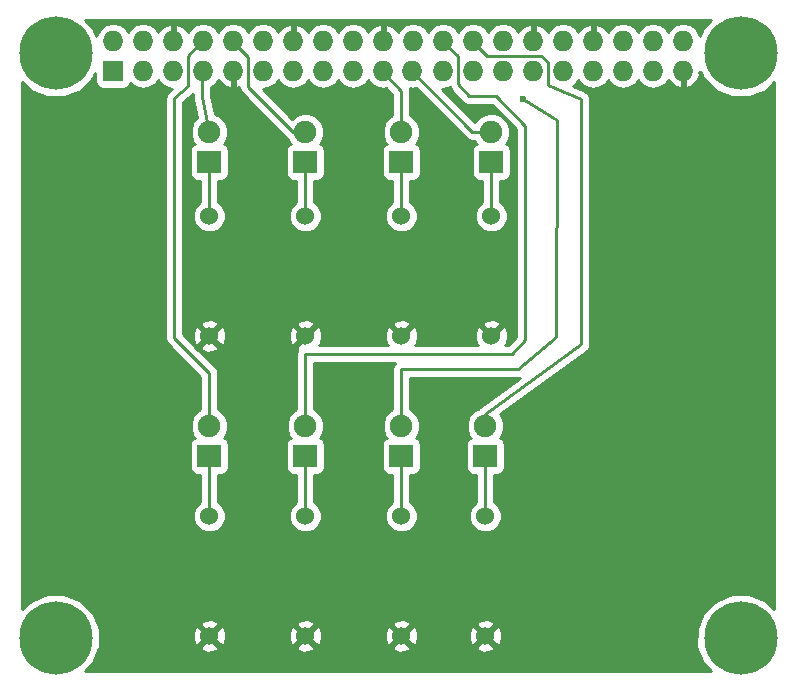
<source format=gtl>
G04 #@! TF.FileFunction,Copper,L1,Top,Signal*
%FSLAX46Y46*%
G04 Gerber Fmt 4.6, Leading zero omitted, Abs format (unit mm)*
G04 Created by KiCad (PCBNEW 4.0.2-stable) date 20/7/2016 18:22:48*
%MOMM*%
G01*
G04 APERTURE LIST*
%ADD10C,0.100000*%
%ADD11R,1.727200X1.727200*%
%ADD12O,1.727200X1.727200*%
%ADD13R,2.000000X1.900000*%
%ADD14C,1.900000*%
%ADD15C,1.524000*%
%ADD16C,6.200000*%
%ADD17C,0.600000*%
%ADD18C,0.250000*%
%ADD19C,0.254000*%
G04 APERTURE END LIST*
D10*
D11*
X93002800Y-67744900D03*
D12*
X93002800Y-65204900D03*
X95542800Y-67744900D03*
X95542800Y-65204900D03*
X98082800Y-67744900D03*
X98082800Y-65204900D03*
X100622800Y-67744900D03*
X100622800Y-65204900D03*
X103162800Y-67744900D03*
X103162800Y-65204900D03*
X105702800Y-67744900D03*
X105702800Y-65204900D03*
X108242800Y-67744900D03*
X108242800Y-65204900D03*
X110782800Y-67744900D03*
X110782800Y-65204900D03*
X113322800Y-67744900D03*
X113322800Y-65204900D03*
X115862800Y-67744900D03*
X115862800Y-65204900D03*
X118302800Y-67744900D03*
X118402800Y-65204900D03*
X120942800Y-67744900D03*
X120942800Y-65204900D03*
X123482800Y-67744900D03*
X123482800Y-65204900D03*
X126022800Y-67744900D03*
X126022800Y-65204900D03*
X128562800Y-67744900D03*
X128562800Y-65204900D03*
X131102800Y-67744900D03*
X131102800Y-65204900D03*
X133642800Y-67744900D03*
X133642800Y-65204900D03*
X136182800Y-67744900D03*
X136182800Y-65204900D03*
X138722800Y-67744900D03*
X138722800Y-65204900D03*
X141262800Y-67744900D03*
X141262800Y-65204900D03*
D13*
X117398800Y-100355400D03*
D14*
X117398800Y-97815400D03*
D13*
X109270800Y-100355400D03*
D14*
X109270800Y-97815400D03*
D13*
X124510800Y-100355400D03*
D14*
X124510800Y-97815400D03*
D13*
X101142800Y-75463400D03*
D14*
X101142800Y-72923400D03*
D13*
X101142800Y-100355400D03*
D14*
X101142800Y-97815400D03*
D13*
X109270800Y-75463400D03*
D14*
X109270800Y-72923400D03*
D13*
X117398800Y-75463400D03*
D14*
X117398800Y-72923400D03*
D13*
X125018800Y-75463400D03*
D14*
X125018800Y-72923400D03*
D15*
X117398800Y-115595400D03*
X117398800Y-105435400D03*
X109270800Y-115595400D03*
X109270800Y-105435400D03*
X124510800Y-115595400D03*
X124510800Y-105435400D03*
X101142800Y-90195400D03*
X101142800Y-80035400D03*
X101142800Y-115595400D03*
X101142800Y-105435400D03*
X109270800Y-90195400D03*
X109270800Y-80035400D03*
X117398800Y-90195400D03*
X117398800Y-80035400D03*
X125018800Y-90195400D03*
X125018800Y-80035400D03*
D16*
X146132800Y-66263400D03*
X146132800Y-115763400D03*
X88132800Y-115763400D03*
X88132800Y-66263400D03*
D17*
X127695960Y-70106540D03*
D18*
X117398800Y-100355400D02*
X117398800Y-105435400D01*
X117398800Y-97815400D02*
X117398800Y-93027500D01*
X117398800Y-93027500D02*
X118262400Y-93027500D01*
X118262400Y-93027500D02*
X127259080Y-93027500D01*
X127259080Y-93027500D02*
X130507740Y-90274140D01*
X130507740Y-90274140D02*
X130545840Y-71915020D01*
X130545840Y-71915020D02*
X127695960Y-70106540D01*
X109270800Y-100355400D02*
X109270800Y-105435400D01*
X109270800Y-97815400D02*
X109270800Y-91739720D01*
X122226700Y-66496880D02*
X120812560Y-65242440D01*
X122226700Y-68841300D02*
X122226700Y-66496880D01*
X123101100Y-69875400D02*
X122226700Y-68841300D01*
X125387100Y-69875400D02*
X123101100Y-69875400D01*
X127901700Y-72390000D02*
X125387100Y-69875400D01*
X127901700Y-90563700D02*
X127901700Y-72390000D01*
X126758700Y-91706700D02*
X127901700Y-90563700D01*
X109303820Y-91706700D02*
X126758700Y-91706700D01*
X109270800Y-91739720D02*
X109303820Y-91706700D01*
X124510800Y-105435400D02*
X124510800Y-100355400D01*
X124510800Y-97815400D02*
X124510800Y-96812100D01*
X124510800Y-96812100D02*
X132633000Y-90914900D01*
X132633000Y-90914900D02*
X132633000Y-70150400D01*
X132633000Y-70150400D02*
X129844800Y-68910200D01*
X129844800Y-68910200D02*
X129844800Y-67043300D01*
X129844800Y-67043300D02*
X129245200Y-66459900D01*
X129245200Y-66459900D02*
X124680820Y-66459900D01*
X124680820Y-66459900D02*
X123352560Y-65242440D01*
X101142800Y-75463400D02*
X101142800Y-80035400D01*
X101142800Y-72923400D02*
X100507800Y-69951600D01*
X100507800Y-69951600D02*
X100492560Y-67782440D01*
X101142800Y-100355400D02*
X101142800Y-105435400D01*
X101142800Y-97815400D02*
X101142800Y-93332300D01*
X99332980Y-66529020D02*
X100492560Y-65242440D01*
X99332980Y-69048700D02*
X99332980Y-66529020D01*
X98171000Y-70083680D02*
X99332980Y-69048700D01*
X98171000Y-90360500D02*
X98171000Y-70083680D01*
X101142800Y-93332300D02*
X98171000Y-90360500D01*
X101142800Y-97815400D02*
X101142800Y-97307400D01*
X109270800Y-75463400D02*
X109270800Y-80035400D01*
X109270800Y-72923400D02*
X108214160Y-72923400D01*
X104430360Y-66588640D02*
X103032560Y-65242440D01*
X104430360Y-69088000D02*
X104430360Y-66588640D01*
X108214160Y-72923400D02*
X104430360Y-69088000D01*
X117398800Y-75463400D02*
X117398800Y-80035400D01*
X117398800Y-72923400D02*
X117398800Y-69448680D01*
X117398800Y-69448680D02*
X115732560Y-67782440D01*
X125018800Y-75463400D02*
X125018800Y-80035400D01*
X125018800Y-72923400D02*
X123413520Y-72923400D01*
X123413520Y-72923400D02*
X118272560Y-67782440D01*
X123621800Y-67716400D02*
X123621800Y-68021200D01*
D19*
G36*
X103289800Y-67617900D02*
X103309800Y-67617900D01*
X103309800Y-67871900D01*
X103289800Y-67871900D01*
X103289800Y-69078717D01*
X103521826Y-69199858D01*
X103679611Y-69134505D01*
X103698808Y-69231014D01*
X103726259Y-69374078D01*
X103727700Y-69376267D01*
X103728212Y-69378839D01*
X103809192Y-69500035D01*
X103889332Y-69621749D01*
X107673132Y-73457150D01*
X107675303Y-73458622D01*
X107676759Y-73460801D01*
X107797938Y-73541770D01*
X107816546Y-73554386D01*
X107926319Y-73820057D01*
X108023829Y-73917737D01*
X107819359Y-74049310D01*
X107674369Y-74261510D01*
X107623360Y-74513400D01*
X107623360Y-76413400D01*
X107667638Y-76648717D01*
X107806710Y-76864841D01*
X108018910Y-77009831D01*
X108270800Y-77060840D01*
X108510800Y-77060840D01*
X108510800Y-78837869D01*
X108480497Y-78850390D01*
X108087171Y-79243030D01*
X107874043Y-79756300D01*
X107873558Y-80312061D01*
X108085790Y-80825703D01*
X108478430Y-81219029D01*
X108991700Y-81432157D01*
X109547461Y-81432642D01*
X110061103Y-81220410D01*
X110454429Y-80827770D01*
X110667557Y-80314500D01*
X110668042Y-79758739D01*
X110455810Y-79245097D01*
X110063170Y-78851771D01*
X110030800Y-78838330D01*
X110030800Y-77060840D01*
X110270800Y-77060840D01*
X110506117Y-77016562D01*
X110722241Y-76877490D01*
X110867231Y-76665290D01*
X110918240Y-76413400D01*
X110918240Y-74513400D01*
X110873962Y-74278083D01*
X110734890Y-74061959D01*
X110522690Y-73916969D01*
X110519608Y-73916345D01*
X110613714Y-73822403D01*
X110855524Y-73240059D01*
X110856075Y-72609507D01*
X110615281Y-72026743D01*
X110169803Y-71580486D01*
X109587459Y-71338676D01*
X108956907Y-71338125D01*
X108374143Y-71578919D01*
X108163153Y-71789541D01*
X105674842Y-69267298D01*
X105702800Y-69272859D01*
X106276289Y-69158785D01*
X106762470Y-68833929D01*
X106972800Y-68519148D01*
X107183130Y-68833929D01*
X107669311Y-69158785D01*
X108242800Y-69272859D01*
X108816289Y-69158785D01*
X109302470Y-68833929D01*
X109512800Y-68519148D01*
X109723130Y-68833929D01*
X110209311Y-69158785D01*
X110782800Y-69272859D01*
X111356289Y-69158785D01*
X111842470Y-68833929D01*
X112052800Y-68519148D01*
X112263130Y-68833929D01*
X112749311Y-69158785D01*
X113322800Y-69272859D01*
X113896289Y-69158785D01*
X114382470Y-68833929D01*
X114592800Y-68519148D01*
X114803130Y-68833929D01*
X115289311Y-69158785D01*
X115862800Y-69272859D01*
X116100830Y-69225512D01*
X116638800Y-69763482D01*
X116638800Y-71522453D01*
X116502143Y-71578919D01*
X116055886Y-72024397D01*
X115814076Y-72606741D01*
X115813525Y-73237293D01*
X116054319Y-73820057D01*
X116151829Y-73917737D01*
X115947359Y-74049310D01*
X115802369Y-74261510D01*
X115751360Y-74513400D01*
X115751360Y-76413400D01*
X115795638Y-76648717D01*
X115934710Y-76864841D01*
X116146910Y-77009831D01*
X116398800Y-77060840D01*
X116638800Y-77060840D01*
X116638800Y-78837869D01*
X116608497Y-78850390D01*
X116215171Y-79243030D01*
X116002043Y-79756300D01*
X116001558Y-80312061D01*
X116213790Y-80825703D01*
X116606430Y-81219029D01*
X117119700Y-81432157D01*
X117675461Y-81432642D01*
X118189103Y-81220410D01*
X118582429Y-80827770D01*
X118795557Y-80314500D01*
X118796042Y-79758739D01*
X118583810Y-79245097D01*
X118191170Y-78851771D01*
X118158800Y-78838330D01*
X118158800Y-77060840D01*
X118398800Y-77060840D01*
X118634117Y-77016562D01*
X118850241Y-76877490D01*
X118995231Y-76665290D01*
X119046240Y-76413400D01*
X119046240Y-74513400D01*
X119001962Y-74278083D01*
X118862890Y-74061959D01*
X118650690Y-73916969D01*
X118647608Y-73916345D01*
X118741714Y-73822403D01*
X118983524Y-73240059D01*
X118984075Y-72609507D01*
X118743281Y-72026743D01*
X118297803Y-71580486D01*
X118158800Y-71522767D01*
X118158800Y-69448680D01*
X118133936Y-69323680D01*
X118116454Y-69235792D01*
X118302800Y-69272859D01*
X118624239Y-69208921D01*
X122876119Y-73460801D01*
X123122680Y-73625548D01*
X123413520Y-73683400D01*
X123617853Y-73683400D01*
X123674319Y-73820057D01*
X123771829Y-73917737D01*
X123567359Y-74049310D01*
X123422369Y-74261510D01*
X123371360Y-74513400D01*
X123371360Y-76413400D01*
X123415638Y-76648717D01*
X123554710Y-76864841D01*
X123766910Y-77009831D01*
X124018800Y-77060840D01*
X124258800Y-77060840D01*
X124258800Y-78837869D01*
X124228497Y-78850390D01*
X123835171Y-79243030D01*
X123622043Y-79756300D01*
X123621558Y-80312061D01*
X123833790Y-80825703D01*
X124226430Y-81219029D01*
X124739700Y-81432157D01*
X125295461Y-81432642D01*
X125809103Y-81220410D01*
X126202429Y-80827770D01*
X126415557Y-80314500D01*
X126416042Y-79758739D01*
X126203810Y-79245097D01*
X125811170Y-78851771D01*
X125778800Y-78838330D01*
X125778800Y-77060840D01*
X126018800Y-77060840D01*
X126254117Y-77016562D01*
X126470241Y-76877490D01*
X126615231Y-76665290D01*
X126666240Y-76413400D01*
X126666240Y-74513400D01*
X126621962Y-74278083D01*
X126482890Y-74061959D01*
X126270690Y-73916969D01*
X126267608Y-73916345D01*
X126361714Y-73822403D01*
X126603524Y-73240059D01*
X126604075Y-72609507D01*
X126363281Y-72026743D01*
X125917803Y-71580486D01*
X125335459Y-71338676D01*
X124704907Y-71338125D01*
X124122143Y-71578919D01*
X123675886Y-72024397D01*
X123650487Y-72085565D01*
X120811704Y-69246782D01*
X120942800Y-69272859D01*
X121516289Y-69158785D01*
X121534310Y-69146743D01*
X121589626Y-69229529D01*
X121646358Y-69332017D01*
X122520758Y-70366118D01*
X122545868Y-70386115D01*
X122563699Y-70412801D01*
X122661094Y-70477878D01*
X122752724Y-70550850D01*
X122783572Y-70559715D01*
X122810261Y-70577548D01*
X122925148Y-70600401D01*
X123037726Y-70632753D01*
X123069619Y-70629138D01*
X123101100Y-70635400D01*
X125072298Y-70635400D01*
X127141700Y-72704802D01*
X127141700Y-90248898D01*
X126443898Y-90946700D01*
X126170921Y-90946700D01*
X126241197Y-90926543D01*
X126427944Y-90403098D01*
X126400162Y-89848032D01*
X126241197Y-89464257D01*
X125999013Y-89394792D01*
X125198405Y-90195400D01*
X125212548Y-90209543D01*
X125032943Y-90389148D01*
X125018800Y-90375005D01*
X125004658Y-90389148D01*
X124825053Y-90209543D01*
X124839195Y-90195400D01*
X124038587Y-89394792D01*
X123796403Y-89464257D01*
X123609656Y-89987702D01*
X123637438Y-90542768D01*
X123796403Y-90926543D01*
X123866679Y-90946700D01*
X118550921Y-90946700D01*
X118621197Y-90926543D01*
X118807944Y-90403098D01*
X118780162Y-89848032D01*
X118621197Y-89464257D01*
X118379013Y-89394792D01*
X117578405Y-90195400D01*
X117592548Y-90209543D01*
X117412943Y-90389148D01*
X117398800Y-90375005D01*
X117384658Y-90389148D01*
X117205053Y-90209543D01*
X117219195Y-90195400D01*
X116418587Y-89394792D01*
X116176403Y-89464257D01*
X115989656Y-89987702D01*
X116017438Y-90542768D01*
X116176403Y-90926543D01*
X116246679Y-90946700D01*
X110422921Y-90946700D01*
X110493197Y-90926543D01*
X110679944Y-90403098D01*
X110652162Y-89848032D01*
X110493197Y-89464257D01*
X110251013Y-89394792D01*
X109450405Y-90195400D01*
X109464548Y-90209543D01*
X109284943Y-90389148D01*
X109270800Y-90375005D01*
X108470192Y-91175613D01*
X108539657Y-91417797D01*
X108579842Y-91432134D01*
X108568652Y-91448881D01*
X108510800Y-91739720D01*
X108510800Y-96414453D01*
X108374143Y-96470919D01*
X107927886Y-96916397D01*
X107686076Y-97498741D01*
X107685525Y-98129293D01*
X107926319Y-98712057D01*
X108023829Y-98809737D01*
X107819359Y-98941310D01*
X107674369Y-99153510D01*
X107623360Y-99405400D01*
X107623360Y-101305400D01*
X107667638Y-101540717D01*
X107806710Y-101756841D01*
X108018910Y-101901831D01*
X108270800Y-101952840D01*
X108510800Y-101952840D01*
X108510800Y-104237869D01*
X108480497Y-104250390D01*
X108087171Y-104643030D01*
X107874043Y-105156300D01*
X107873558Y-105712061D01*
X108085790Y-106225703D01*
X108478430Y-106619029D01*
X108991700Y-106832157D01*
X109547461Y-106832642D01*
X110061103Y-106620410D01*
X110454429Y-106227770D01*
X110667557Y-105714500D01*
X110668042Y-105158739D01*
X110455810Y-104645097D01*
X110063170Y-104251771D01*
X110030800Y-104238330D01*
X110030800Y-101952840D01*
X110270800Y-101952840D01*
X110506117Y-101908562D01*
X110722241Y-101769490D01*
X110867231Y-101557290D01*
X110918240Y-101305400D01*
X110918240Y-99405400D01*
X110873962Y-99170083D01*
X110734890Y-98953959D01*
X110522690Y-98808969D01*
X110519608Y-98808345D01*
X110613714Y-98714403D01*
X110855524Y-98132059D01*
X110856075Y-97501507D01*
X110615281Y-96918743D01*
X110169803Y-96472486D01*
X110030800Y-96414767D01*
X110030800Y-92466700D01*
X116896418Y-92466700D01*
X116861399Y-92490099D01*
X116696652Y-92736661D01*
X116638800Y-93027500D01*
X116638800Y-96414453D01*
X116502143Y-96470919D01*
X116055886Y-96916397D01*
X115814076Y-97498741D01*
X115813525Y-98129293D01*
X116054319Y-98712057D01*
X116151829Y-98809737D01*
X115947359Y-98941310D01*
X115802369Y-99153510D01*
X115751360Y-99405400D01*
X115751360Y-101305400D01*
X115795638Y-101540717D01*
X115934710Y-101756841D01*
X116146910Y-101901831D01*
X116398800Y-101952840D01*
X116638800Y-101952840D01*
X116638800Y-104237869D01*
X116608497Y-104250390D01*
X116215171Y-104643030D01*
X116002043Y-105156300D01*
X116001558Y-105712061D01*
X116213790Y-106225703D01*
X116606430Y-106619029D01*
X117119700Y-106832157D01*
X117675461Y-106832642D01*
X118189103Y-106620410D01*
X118582429Y-106227770D01*
X118795557Y-105714500D01*
X118796042Y-105158739D01*
X118583810Y-104645097D01*
X118191170Y-104251771D01*
X118158800Y-104238330D01*
X118158800Y-101952840D01*
X118398800Y-101952840D01*
X118634117Y-101908562D01*
X118850241Y-101769490D01*
X118995231Y-101557290D01*
X119046240Y-101305400D01*
X119046240Y-99405400D01*
X119001962Y-99170083D01*
X118862890Y-98953959D01*
X118650690Y-98808969D01*
X118647608Y-98808345D01*
X118741714Y-98714403D01*
X118983524Y-98132059D01*
X118984075Y-97501507D01*
X118743281Y-96918743D01*
X118297803Y-96472486D01*
X118158800Y-96414767D01*
X118158800Y-93787500D01*
X127259080Y-93787500D01*
X127374386Y-93764564D01*
X127422145Y-93759095D01*
X124064278Y-96197106D01*
X124023424Y-96241273D01*
X123973399Y-96274699D01*
X123929300Y-96340698D01*
X123614143Y-96470919D01*
X123167886Y-96916397D01*
X122926076Y-97498741D01*
X122925525Y-98129293D01*
X123166319Y-98712057D01*
X123263829Y-98809737D01*
X123059359Y-98941310D01*
X122914369Y-99153510D01*
X122863360Y-99405400D01*
X122863360Y-101305400D01*
X122907638Y-101540717D01*
X123046710Y-101756841D01*
X123258910Y-101901831D01*
X123510800Y-101952840D01*
X123750800Y-101952840D01*
X123750800Y-104237869D01*
X123720497Y-104250390D01*
X123327171Y-104643030D01*
X123114043Y-105156300D01*
X123113558Y-105712061D01*
X123325790Y-106225703D01*
X123718430Y-106619029D01*
X124231700Y-106832157D01*
X124787461Y-106832642D01*
X125301103Y-106620410D01*
X125694429Y-106227770D01*
X125907557Y-105714500D01*
X125908042Y-105158739D01*
X125695810Y-104645097D01*
X125303170Y-104251771D01*
X125270800Y-104238330D01*
X125270800Y-101952840D01*
X125510800Y-101952840D01*
X125746117Y-101908562D01*
X125962241Y-101769490D01*
X126107231Y-101557290D01*
X126158240Y-101305400D01*
X126158240Y-99405400D01*
X126113962Y-99170083D01*
X125974890Y-98953959D01*
X125762690Y-98808969D01*
X125759608Y-98808345D01*
X125853714Y-98714403D01*
X126095524Y-98132059D01*
X126096075Y-97501507D01*
X125855281Y-96918743D01*
X125772158Y-96835475D01*
X133079523Y-91529894D01*
X133120378Y-91485725D01*
X133170401Y-91452301D01*
X133220116Y-91377897D01*
X133280881Y-91312203D01*
X133301723Y-91255763D01*
X133335148Y-91205739D01*
X133352605Y-91117976D01*
X133383606Y-91034027D01*
X133381263Y-90973907D01*
X133393000Y-90914900D01*
X133393000Y-70150400D01*
X133365950Y-70014413D01*
X133342424Y-69877788D01*
X133337095Y-69869349D01*
X133335148Y-69859561D01*
X133258122Y-69744283D01*
X133184098Y-69627055D01*
X133175946Y-69621298D01*
X133170401Y-69612999D01*
X133055121Y-69535971D01*
X132941873Y-69455996D01*
X131915039Y-68999257D01*
X132162470Y-68833929D01*
X132372800Y-68519148D01*
X132583130Y-68833929D01*
X133069311Y-69158785D01*
X133642800Y-69272859D01*
X134216289Y-69158785D01*
X134702470Y-68833929D01*
X134912800Y-68519148D01*
X135123130Y-68833929D01*
X135609311Y-69158785D01*
X136182800Y-69272859D01*
X136756289Y-69158785D01*
X137242470Y-68833929D01*
X137452800Y-68519148D01*
X137663130Y-68833929D01*
X138149311Y-69158785D01*
X138722800Y-69272859D01*
X139296289Y-69158785D01*
X139782470Y-68833929D01*
X139998464Y-68510672D01*
X140055979Y-68633390D01*
X140487853Y-69027588D01*
X140903774Y-69199858D01*
X141135800Y-69078717D01*
X141135800Y-67871900D01*
X141115800Y-67871900D01*
X141115800Y-67617900D01*
X141135800Y-67617900D01*
X141135800Y-67597900D01*
X141389800Y-67597900D01*
X141389800Y-67617900D01*
X141409800Y-67617900D01*
X141409800Y-67871900D01*
X141389800Y-67871900D01*
X141389800Y-69078717D01*
X141621826Y-69199858D01*
X142037747Y-69027588D01*
X142469621Y-68633390D01*
X142717768Y-68103927D01*
X142597270Y-67871902D01*
X142756143Y-67871902D01*
X142964575Y-68376344D01*
X144014330Y-69427933D01*
X145386603Y-69997750D01*
X146872478Y-69999047D01*
X148245744Y-69431625D01*
X148947800Y-68730793D01*
X148947800Y-113296614D01*
X148251270Y-112598867D01*
X146878997Y-112029050D01*
X145393122Y-112027753D01*
X144019856Y-112595175D01*
X142968267Y-113644930D01*
X142398450Y-115017203D01*
X142397153Y-116503078D01*
X142964575Y-117876344D01*
X143665407Y-118578400D01*
X90599586Y-118578400D01*
X91297333Y-117881870D01*
X91839737Y-116575613D01*
X100342192Y-116575613D01*
X100411657Y-116817797D01*
X100935102Y-117004544D01*
X101490168Y-116976762D01*
X101873943Y-116817797D01*
X101943408Y-116575613D01*
X108470192Y-116575613D01*
X108539657Y-116817797D01*
X109063102Y-117004544D01*
X109618168Y-116976762D01*
X110001943Y-116817797D01*
X110071408Y-116575613D01*
X116598192Y-116575613D01*
X116667657Y-116817797D01*
X117191102Y-117004544D01*
X117746168Y-116976762D01*
X118129943Y-116817797D01*
X118199408Y-116575613D01*
X123710192Y-116575613D01*
X123779657Y-116817797D01*
X124303102Y-117004544D01*
X124858168Y-116976762D01*
X125241943Y-116817797D01*
X125311408Y-116575613D01*
X124510800Y-115775005D01*
X123710192Y-116575613D01*
X118199408Y-116575613D01*
X117398800Y-115775005D01*
X116598192Y-116575613D01*
X110071408Y-116575613D01*
X109270800Y-115775005D01*
X108470192Y-116575613D01*
X101943408Y-116575613D01*
X101142800Y-115775005D01*
X100342192Y-116575613D01*
X91839737Y-116575613D01*
X91867150Y-116509597D01*
X91868129Y-115387702D01*
X99733656Y-115387702D01*
X99761438Y-115942768D01*
X99920403Y-116326543D01*
X100162587Y-116396008D01*
X100963195Y-115595400D01*
X101322405Y-115595400D01*
X102123013Y-116396008D01*
X102365197Y-116326543D01*
X102551944Y-115803098D01*
X102531153Y-115387702D01*
X107861656Y-115387702D01*
X107889438Y-115942768D01*
X108048403Y-116326543D01*
X108290587Y-116396008D01*
X109091195Y-115595400D01*
X109450405Y-115595400D01*
X110251013Y-116396008D01*
X110493197Y-116326543D01*
X110679944Y-115803098D01*
X110659153Y-115387702D01*
X115989656Y-115387702D01*
X116017438Y-115942768D01*
X116176403Y-116326543D01*
X116418587Y-116396008D01*
X117219195Y-115595400D01*
X117578405Y-115595400D01*
X118379013Y-116396008D01*
X118621197Y-116326543D01*
X118807944Y-115803098D01*
X118787153Y-115387702D01*
X123101656Y-115387702D01*
X123129438Y-115942768D01*
X123288403Y-116326543D01*
X123530587Y-116396008D01*
X124331195Y-115595400D01*
X124690405Y-115595400D01*
X125491013Y-116396008D01*
X125733197Y-116326543D01*
X125919944Y-115803098D01*
X125892162Y-115248032D01*
X125733197Y-114864257D01*
X125491013Y-114794792D01*
X124690405Y-115595400D01*
X124331195Y-115595400D01*
X123530587Y-114794792D01*
X123288403Y-114864257D01*
X123101656Y-115387702D01*
X118787153Y-115387702D01*
X118780162Y-115248032D01*
X118621197Y-114864257D01*
X118379013Y-114794792D01*
X117578405Y-115595400D01*
X117219195Y-115595400D01*
X116418587Y-114794792D01*
X116176403Y-114864257D01*
X115989656Y-115387702D01*
X110659153Y-115387702D01*
X110652162Y-115248032D01*
X110493197Y-114864257D01*
X110251013Y-114794792D01*
X109450405Y-115595400D01*
X109091195Y-115595400D01*
X108290587Y-114794792D01*
X108048403Y-114864257D01*
X107861656Y-115387702D01*
X102531153Y-115387702D01*
X102524162Y-115248032D01*
X102365197Y-114864257D01*
X102123013Y-114794792D01*
X101322405Y-115595400D01*
X100963195Y-115595400D01*
X100162587Y-114794792D01*
X99920403Y-114864257D01*
X99733656Y-115387702D01*
X91868129Y-115387702D01*
X91868447Y-115023722D01*
X91699644Y-114615187D01*
X100342192Y-114615187D01*
X101142800Y-115415795D01*
X101943408Y-114615187D01*
X108470192Y-114615187D01*
X109270800Y-115415795D01*
X110071408Y-114615187D01*
X116598192Y-114615187D01*
X117398800Y-115415795D01*
X118199408Y-114615187D01*
X123710192Y-114615187D01*
X124510800Y-115415795D01*
X125311408Y-114615187D01*
X125241943Y-114373003D01*
X124718498Y-114186256D01*
X124163432Y-114214038D01*
X123779657Y-114373003D01*
X123710192Y-114615187D01*
X118199408Y-114615187D01*
X118129943Y-114373003D01*
X117606498Y-114186256D01*
X117051432Y-114214038D01*
X116667657Y-114373003D01*
X116598192Y-114615187D01*
X110071408Y-114615187D01*
X110001943Y-114373003D01*
X109478498Y-114186256D01*
X108923432Y-114214038D01*
X108539657Y-114373003D01*
X108470192Y-114615187D01*
X101943408Y-114615187D01*
X101873943Y-114373003D01*
X101350498Y-114186256D01*
X100795432Y-114214038D01*
X100411657Y-114373003D01*
X100342192Y-114615187D01*
X91699644Y-114615187D01*
X91301025Y-113650456D01*
X90251270Y-112598867D01*
X88878997Y-112029050D01*
X87393122Y-112027753D01*
X86019856Y-112595175D01*
X85317800Y-113296007D01*
X85317800Y-68730186D01*
X86014330Y-69427933D01*
X87386603Y-69997750D01*
X88872478Y-69999047D01*
X90245744Y-69431625D01*
X91297333Y-68381870D01*
X91491760Y-67913637D01*
X91491760Y-68608500D01*
X91536038Y-68843817D01*
X91675110Y-69059941D01*
X91887310Y-69204931D01*
X92139200Y-69255940D01*
X93866400Y-69255940D01*
X94101717Y-69211662D01*
X94317841Y-69072590D01*
X94462831Y-68860390D01*
X94471664Y-68816769D01*
X94483130Y-68833929D01*
X94969311Y-69158785D01*
X95542800Y-69272859D01*
X96116289Y-69158785D01*
X96602470Y-68833929D01*
X96812800Y-68519148D01*
X97023130Y-68833929D01*
X97509311Y-69158785D01*
X97964977Y-69249423D01*
X97665508Y-69516161D01*
X97652099Y-69533918D01*
X97633599Y-69546279D01*
X97563186Y-69651661D01*
X97486807Y-69752804D01*
X97481214Y-69774340D01*
X97468852Y-69792841D01*
X97444125Y-69917151D01*
X97412267Y-70039820D01*
X97415341Y-70061856D01*
X97411000Y-70083680D01*
X97411000Y-90360500D01*
X97468852Y-90651339D01*
X97633599Y-90897901D01*
X100382800Y-93647102D01*
X100382800Y-96414453D01*
X100246143Y-96470919D01*
X99799886Y-96916397D01*
X99558076Y-97498741D01*
X99557525Y-98129293D01*
X99798319Y-98712057D01*
X99895829Y-98809737D01*
X99691359Y-98941310D01*
X99546369Y-99153510D01*
X99495360Y-99405400D01*
X99495360Y-101305400D01*
X99539638Y-101540717D01*
X99678710Y-101756841D01*
X99890910Y-101901831D01*
X100142800Y-101952840D01*
X100382800Y-101952840D01*
X100382800Y-104237869D01*
X100352497Y-104250390D01*
X99959171Y-104643030D01*
X99746043Y-105156300D01*
X99745558Y-105712061D01*
X99957790Y-106225703D01*
X100350430Y-106619029D01*
X100863700Y-106832157D01*
X101419461Y-106832642D01*
X101933103Y-106620410D01*
X102326429Y-106227770D01*
X102539557Y-105714500D01*
X102540042Y-105158739D01*
X102327810Y-104645097D01*
X101935170Y-104251771D01*
X101902800Y-104238330D01*
X101902800Y-101952840D01*
X102142800Y-101952840D01*
X102378117Y-101908562D01*
X102594241Y-101769490D01*
X102739231Y-101557290D01*
X102790240Y-101305400D01*
X102790240Y-99405400D01*
X102745962Y-99170083D01*
X102606890Y-98953959D01*
X102394690Y-98808969D01*
X102391608Y-98808345D01*
X102485714Y-98714403D01*
X102727524Y-98132059D01*
X102728075Y-97501507D01*
X102487281Y-96918743D01*
X102041803Y-96472486D01*
X101902800Y-96414767D01*
X101902800Y-93332300D01*
X101844948Y-93041461D01*
X101680201Y-92794899D01*
X100060915Y-91175613D01*
X100342192Y-91175613D01*
X100411657Y-91417797D01*
X100935102Y-91604544D01*
X101490168Y-91576762D01*
X101873943Y-91417797D01*
X101943408Y-91175613D01*
X101142800Y-90375005D01*
X100342192Y-91175613D01*
X100060915Y-91175613D01*
X98931000Y-90045698D01*
X98931000Y-89987702D01*
X99733656Y-89987702D01*
X99761438Y-90542768D01*
X99920403Y-90926543D01*
X100162587Y-90996008D01*
X100963195Y-90195400D01*
X101322405Y-90195400D01*
X102123013Y-90996008D01*
X102365197Y-90926543D01*
X102551944Y-90403098D01*
X102531153Y-89987702D01*
X107861656Y-89987702D01*
X107889438Y-90542768D01*
X108048403Y-90926543D01*
X108290587Y-90996008D01*
X109091195Y-90195400D01*
X108290587Y-89394792D01*
X108048403Y-89464257D01*
X107861656Y-89987702D01*
X102531153Y-89987702D01*
X102524162Y-89848032D01*
X102365197Y-89464257D01*
X102123013Y-89394792D01*
X101322405Y-90195400D01*
X100963195Y-90195400D01*
X100162587Y-89394792D01*
X99920403Y-89464257D01*
X99733656Y-89987702D01*
X98931000Y-89987702D01*
X98931000Y-89215187D01*
X100342192Y-89215187D01*
X101142800Y-90015795D01*
X101943408Y-89215187D01*
X108470192Y-89215187D01*
X109270800Y-90015795D01*
X110071408Y-89215187D01*
X116598192Y-89215187D01*
X117398800Y-90015795D01*
X118199408Y-89215187D01*
X124218192Y-89215187D01*
X125018800Y-90015795D01*
X125819408Y-89215187D01*
X125749943Y-88973003D01*
X125226498Y-88786256D01*
X124671432Y-88814038D01*
X124287657Y-88973003D01*
X124218192Y-89215187D01*
X118199408Y-89215187D01*
X118129943Y-88973003D01*
X117606498Y-88786256D01*
X117051432Y-88814038D01*
X116667657Y-88973003D01*
X116598192Y-89215187D01*
X110071408Y-89215187D01*
X110001943Y-88973003D01*
X109478498Y-88786256D01*
X108923432Y-88814038D01*
X108539657Y-88973003D01*
X108470192Y-89215187D01*
X101943408Y-89215187D01*
X101873943Y-88973003D01*
X101350498Y-88786256D01*
X100795432Y-88814038D01*
X100411657Y-88973003D01*
X100342192Y-89215187D01*
X98931000Y-89215187D01*
X98931000Y-70424508D01*
X99746004Y-69698581D01*
X99747819Y-69956940D01*
X99763479Y-70032877D01*
X99764577Y-70110408D01*
X100107858Y-71716963D01*
X99799886Y-72024397D01*
X99558076Y-72606741D01*
X99557525Y-73237293D01*
X99798319Y-73820057D01*
X99895829Y-73917737D01*
X99691359Y-74049310D01*
X99546369Y-74261510D01*
X99495360Y-74513400D01*
X99495360Y-76413400D01*
X99539638Y-76648717D01*
X99678710Y-76864841D01*
X99890910Y-77009831D01*
X100142800Y-77060840D01*
X100382800Y-77060840D01*
X100382800Y-78837869D01*
X100352497Y-78850390D01*
X99959171Y-79243030D01*
X99746043Y-79756300D01*
X99745558Y-80312061D01*
X99957790Y-80825703D01*
X100350430Y-81219029D01*
X100863700Y-81432157D01*
X101419461Y-81432642D01*
X101933103Y-81220410D01*
X102326429Y-80827770D01*
X102539557Y-80314500D01*
X102540042Y-79758739D01*
X102327810Y-79245097D01*
X101935170Y-78851771D01*
X101902800Y-78838330D01*
X101902800Y-77060840D01*
X102142800Y-77060840D01*
X102378117Y-77016562D01*
X102594241Y-76877490D01*
X102739231Y-76665290D01*
X102790240Y-76413400D01*
X102790240Y-74513400D01*
X102745962Y-74278083D01*
X102606890Y-74061959D01*
X102394690Y-73916969D01*
X102391608Y-73916345D01*
X102485714Y-73822403D01*
X102727524Y-73240059D01*
X102728075Y-72609507D01*
X102487281Y-72026743D01*
X102041803Y-71580486D01*
X101593207Y-71394213D01*
X101267236Y-69868668D01*
X101261940Y-69114918D01*
X101682470Y-68833929D01*
X101898464Y-68510672D01*
X101955979Y-68633390D01*
X102387853Y-69027588D01*
X102803774Y-69199858D01*
X103035800Y-69078717D01*
X103035800Y-67871900D01*
X103015800Y-67871900D01*
X103015800Y-67617900D01*
X103035800Y-67617900D01*
X103035800Y-67597900D01*
X103289800Y-67597900D01*
X103289800Y-67617900D01*
X103289800Y-67617900D01*
G37*
X103289800Y-67617900D02*
X103309800Y-67617900D01*
X103309800Y-67871900D01*
X103289800Y-67871900D01*
X103289800Y-69078717D01*
X103521826Y-69199858D01*
X103679611Y-69134505D01*
X103698808Y-69231014D01*
X103726259Y-69374078D01*
X103727700Y-69376267D01*
X103728212Y-69378839D01*
X103809192Y-69500035D01*
X103889332Y-69621749D01*
X107673132Y-73457150D01*
X107675303Y-73458622D01*
X107676759Y-73460801D01*
X107797938Y-73541770D01*
X107816546Y-73554386D01*
X107926319Y-73820057D01*
X108023829Y-73917737D01*
X107819359Y-74049310D01*
X107674369Y-74261510D01*
X107623360Y-74513400D01*
X107623360Y-76413400D01*
X107667638Y-76648717D01*
X107806710Y-76864841D01*
X108018910Y-77009831D01*
X108270800Y-77060840D01*
X108510800Y-77060840D01*
X108510800Y-78837869D01*
X108480497Y-78850390D01*
X108087171Y-79243030D01*
X107874043Y-79756300D01*
X107873558Y-80312061D01*
X108085790Y-80825703D01*
X108478430Y-81219029D01*
X108991700Y-81432157D01*
X109547461Y-81432642D01*
X110061103Y-81220410D01*
X110454429Y-80827770D01*
X110667557Y-80314500D01*
X110668042Y-79758739D01*
X110455810Y-79245097D01*
X110063170Y-78851771D01*
X110030800Y-78838330D01*
X110030800Y-77060840D01*
X110270800Y-77060840D01*
X110506117Y-77016562D01*
X110722241Y-76877490D01*
X110867231Y-76665290D01*
X110918240Y-76413400D01*
X110918240Y-74513400D01*
X110873962Y-74278083D01*
X110734890Y-74061959D01*
X110522690Y-73916969D01*
X110519608Y-73916345D01*
X110613714Y-73822403D01*
X110855524Y-73240059D01*
X110856075Y-72609507D01*
X110615281Y-72026743D01*
X110169803Y-71580486D01*
X109587459Y-71338676D01*
X108956907Y-71338125D01*
X108374143Y-71578919D01*
X108163153Y-71789541D01*
X105674842Y-69267298D01*
X105702800Y-69272859D01*
X106276289Y-69158785D01*
X106762470Y-68833929D01*
X106972800Y-68519148D01*
X107183130Y-68833929D01*
X107669311Y-69158785D01*
X108242800Y-69272859D01*
X108816289Y-69158785D01*
X109302470Y-68833929D01*
X109512800Y-68519148D01*
X109723130Y-68833929D01*
X110209311Y-69158785D01*
X110782800Y-69272859D01*
X111356289Y-69158785D01*
X111842470Y-68833929D01*
X112052800Y-68519148D01*
X112263130Y-68833929D01*
X112749311Y-69158785D01*
X113322800Y-69272859D01*
X113896289Y-69158785D01*
X114382470Y-68833929D01*
X114592800Y-68519148D01*
X114803130Y-68833929D01*
X115289311Y-69158785D01*
X115862800Y-69272859D01*
X116100830Y-69225512D01*
X116638800Y-69763482D01*
X116638800Y-71522453D01*
X116502143Y-71578919D01*
X116055886Y-72024397D01*
X115814076Y-72606741D01*
X115813525Y-73237293D01*
X116054319Y-73820057D01*
X116151829Y-73917737D01*
X115947359Y-74049310D01*
X115802369Y-74261510D01*
X115751360Y-74513400D01*
X115751360Y-76413400D01*
X115795638Y-76648717D01*
X115934710Y-76864841D01*
X116146910Y-77009831D01*
X116398800Y-77060840D01*
X116638800Y-77060840D01*
X116638800Y-78837869D01*
X116608497Y-78850390D01*
X116215171Y-79243030D01*
X116002043Y-79756300D01*
X116001558Y-80312061D01*
X116213790Y-80825703D01*
X116606430Y-81219029D01*
X117119700Y-81432157D01*
X117675461Y-81432642D01*
X118189103Y-81220410D01*
X118582429Y-80827770D01*
X118795557Y-80314500D01*
X118796042Y-79758739D01*
X118583810Y-79245097D01*
X118191170Y-78851771D01*
X118158800Y-78838330D01*
X118158800Y-77060840D01*
X118398800Y-77060840D01*
X118634117Y-77016562D01*
X118850241Y-76877490D01*
X118995231Y-76665290D01*
X119046240Y-76413400D01*
X119046240Y-74513400D01*
X119001962Y-74278083D01*
X118862890Y-74061959D01*
X118650690Y-73916969D01*
X118647608Y-73916345D01*
X118741714Y-73822403D01*
X118983524Y-73240059D01*
X118984075Y-72609507D01*
X118743281Y-72026743D01*
X118297803Y-71580486D01*
X118158800Y-71522767D01*
X118158800Y-69448680D01*
X118133936Y-69323680D01*
X118116454Y-69235792D01*
X118302800Y-69272859D01*
X118624239Y-69208921D01*
X122876119Y-73460801D01*
X123122680Y-73625548D01*
X123413520Y-73683400D01*
X123617853Y-73683400D01*
X123674319Y-73820057D01*
X123771829Y-73917737D01*
X123567359Y-74049310D01*
X123422369Y-74261510D01*
X123371360Y-74513400D01*
X123371360Y-76413400D01*
X123415638Y-76648717D01*
X123554710Y-76864841D01*
X123766910Y-77009831D01*
X124018800Y-77060840D01*
X124258800Y-77060840D01*
X124258800Y-78837869D01*
X124228497Y-78850390D01*
X123835171Y-79243030D01*
X123622043Y-79756300D01*
X123621558Y-80312061D01*
X123833790Y-80825703D01*
X124226430Y-81219029D01*
X124739700Y-81432157D01*
X125295461Y-81432642D01*
X125809103Y-81220410D01*
X126202429Y-80827770D01*
X126415557Y-80314500D01*
X126416042Y-79758739D01*
X126203810Y-79245097D01*
X125811170Y-78851771D01*
X125778800Y-78838330D01*
X125778800Y-77060840D01*
X126018800Y-77060840D01*
X126254117Y-77016562D01*
X126470241Y-76877490D01*
X126615231Y-76665290D01*
X126666240Y-76413400D01*
X126666240Y-74513400D01*
X126621962Y-74278083D01*
X126482890Y-74061959D01*
X126270690Y-73916969D01*
X126267608Y-73916345D01*
X126361714Y-73822403D01*
X126603524Y-73240059D01*
X126604075Y-72609507D01*
X126363281Y-72026743D01*
X125917803Y-71580486D01*
X125335459Y-71338676D01*
X124704907Y-71338125D01*
X124122143Y-71578919D01*
X123675886Y-72024397D01*
X123650487Y-72085565D01*
X120811704Y-69246782D01*
X120942800Y-69272859D01*
X121516289Y-69158785D01*
X121534310Y-69146743D01*
X121589626Y-69229529D01*
X121646358Y-69332017D01*
X122520758Y-70366118D01*
X122545868Y-70386115D01*
X122563699Y-70412801D01*
X122661094Y-70477878D01*
X122752724Y-70550850D01*
X122783572Y-70559715D01*
X122810261Y-70577548D01*
X122925148Y-70600401D01*
X123037726Y-70632753D01*
X123069619Y-70629138D01*
X123101100Y-70635400D01*
X125072298Y-70635400D01*
X127141700Y-72704802D01*
X127141700Y-90248898D01*
X126443898Y-90946700D01*
X126170921Y-90946700D01*
X126241197Y-90926543D01*
X126427944Y-90403098D01*
X126400162Y-89848032D01*
X126241197Y-89464257D01*
X125999013Y-89394792D01*
X125198405Y-90195400D01*
X125212548Y-90209543D01*
X125032943Y-90389148D01*
X125018800Y-90375005D01*
X125004658Y-90389148D01*
X124825053Y-90209543D01*
X124839195Y-90195400D01*
X124038587Y-89394792D01*
X123796403Y-89464257D01*
X123609656Y-89987702D01*
X123637438Y-90542768D01*
X123796403Y-90926543D01*
X123866679Y-90946700D01*
X118550921Y-90946700D01*
X118621197Y-90926543D01*
X118807944Y-90403098D01*
X118780162Y-89848032D01*
X118621197Y-89464257D01*
X118379013Y-89394792D01*
X117578405Y-90195400D01*
X117592548Y-90209543D01*
X117412943Y-90389148D01*
X117398800Y-90375005D01*
X117384658Y-90389148D01*
X117205053Y-90209543D01*
X117219195Y-90195400D01*
X116418587Y-89394792D01*
X116176403Y-89464257D01*
X115989656Y-89987702D01*
X116017438Y-90542768D01*
X116176403Y-90926543D01*
X116246679Y-90946700D01*
X110422921Y-90946700D01*
X110493197Y-90926543D01*
X110679944Y-90403098D01*
X110652162Y-89848032D01*
X110493197Y-89464257D01*
X110251013Y-89394792D01*
X109450405Y-90195400D01*
X109464548Y-90209543D01*
X109284943Y-90389148D01*
X109270800Y-90375005D01*
X108470192Y-91175613D01*
X108539657Y-91417797D01*
X108579842Y-91432134D01*
X108568652Y-91448881D01*
X108510800Y-91739720D01*
X108510800Y-96414453D01*
X108374143Y-96470919D01*
X107927886Y-96916397D01*
X107686076Y-97498741D01*
X107685525Y-98129293D01*
X107926319Y-98712057D01*
X108023829Y-98809737D01*
X107819359Y-98941310D01*
X107674369Y-99153510D01*
X107623360Y-99405400D01*
X107623360Y-101305400D01*
X107667638Y-101540717D01*
X107806710Y-101756841D01*
X108018910Y-101901831D01*
X108270800Y-101952840D01*
X108510800Y-101952840D01*
X108510800Y-104237869D01*
X108480497Y-104250390D01*
X108087171Y-104643030D01*
X107874043Y-105156300D01*
X107873558Y-105712061D01*
X108085790Y-106225703D01*
X108478430Y-106619029D01*
X108991700Y-106832157D01*
X109547461Y-106832642D01*
X110061103Y-106620410D01*
X110454429Y-106227770D01*
X110667557Y-105714500D01*
X110668042Y-105158739D01*
X110455810Y-104645097D01*
X110063170Y-104251771D01*
X110030800Y-104238330D01*
X110030800Y-101952840D01*
X110270800Y-101952840D01*
X110506117Y-101908562D01*
X110722241Y-101769490D01*
X110867231Y-101557290D01*
X110918240Y-101305400D01*
X110918240Y-99405400D01*
X110873962Y-99170083D01*
X110734890Y-98953959D01*
X110522690Y-98808969D01*
X110519608Y-98808345D01*
X110613714Y-98714403D01*
X110855524Y-98132059D01*
X110856075Y-97501507D01*
X110615281Y-96918743D01*
X110169803Y-96472486D01*
X110030800Y-96414767D01*
X110030800Y-92466700D01*
X116896418Y-92466700D01*
X116861399Y-92490099D01*
X116696652Y-92736661D01*
X116638800Y-93027500D01*
X116638800Y-96414453D01*
X116502143Y-96470919D01*
X116055886Y-96916397D01*
X115814076Y-97498741D01*
X115813525Y-98129293D01*
X116054319Y-98712057D01*
X116151829Y-98809737D01*
X115947359Y-98941310D01*
X115802369Y-99153510D01*
X115751360Y-99405400D01*
X115751360Y-101305400D01*
X115795638Y-101540717D01*
X115934710Y-101756841D01*
X116146910Y-101901831D01*
X116398800Y-101952840D01*
X116638800Y-101952840D01*
X116638800Y-104237869D01*
X116608497Y-104250390D01*
X116215171Y-104643030D01*
X116002043Y-105156300D01*
X116001558Y-105712061D01*
X116213790Y-106225703D01*
X116606430Y-106619029D01*
X117119700Y-106832157D01*
X117675461Y-106832642D01*
X118189103Y-106620410D01*
X118582429Y-106227770D01*
X118795557Y-105714500D01*
X118796042Y-105158739D01*
X118583810Y-104645097D01*
X118191170Y-104251771D01*
X118158800Y-104238330D01*
X118158800Y-101952840D01*
X118398800Y-101952840D01*
X118634117Y-101908562D01*
X118850241Y-101769490D01*
X118995231Y-101557290D01*
X119046240Y-101305400D01*
X119046240Y-99405400D01*
X119001962Y-99170083D01*
X118862890Y-98953959D01*
X118650690Y-98808969D01*
X118647608Y-98808345D01*
X118741714Y-98714403D01*
X118983524Y-98132059D01*
X118984075Y-97501507D01*
X118743281Y-96918743D01*
X118297803Y-96472486D01*
X118158800Y-96414767D01*
X118158800Y-93787500D01*
X127259080Y-93787500D01*
X127374386Y-93764564D01*
X127422145Y-93759095D01*
X124064278Y-96197106D01*
X124023424Y-96241273D01*
X123973399Y-96274699D01*
X123929300Y-96340698D01*
X123614143Y-96470919D01*
X123167886Y-96916397D01*
X122926076Y-97498741D01*
X122925525Y-98129293D01*
X123166319Y-98712057D01*
X123263829Y-98809737D01*
X123059359Y-98941310D01*
X122914369Y-99153510D01*
X122863360Y-99405400D01*
X122863360Y-101305400D01*
X122907638Y-101540717D01*
X123046710Y-101756841D01*
X123258910Y-101901831D01*
X123510800Y-101952840D01*
X123750800Y-101952840D01*
X123750800Y-104237869D01*
X123720497Y-104250390D01*
X123327171Y-104643030D01*
X123114043Y-105156300D01*
X123113558Y-105712061D01*
X123325790Y-106225703D01*
X123718430Y-106619029D01*
X124231700Y-106832157D01*
X124787461Y-106832642D01*
X125301103Y-106620410D01*
X125694429Y-106227770D01*
X125907557Y-105714500D01*
X125908042Y-105158739D01*
X125695810Y-104645097D01*
X125303170Y-104251771D01*
X125270800Y-104238330D01*
X125270800Y-101952840D01*
X125510800Y-101952840D01*
X125746117Y-101908562D01*
X125962241Y-101769490D01*
X126107231Y-101557290D01*
X126158240Y-101305400D01*
X126158240Y-99405400D01*
X126113962Y-99170083D01*
X125974890Y-98953959D01*
X125762690Y-98808969D01*
X125759608Y-98808345D01*
X125853714Y-98714403D01*
X126095524Y-98132059D01*
X126096075Y-97501507D01*
X125855281Y-96918743D01*
X125772158Y-96835475D01*
X133079523Y-91529894D01*
X133120378Y-91485725D01*
X133170401Y-91452301D01*
X133220116Y-91377897D01*
X133280881Y-91312203D01*
X133301723Y-91255763D01*
X133335148Y-91205739D01*
X133352605Y-91117976D01*
X133383606Y-91034027D01*
X133381263Y-90973907D01*
X133393000Y-90914900D01*
X133393000Y-70150400D01*
X133365950Y-70014413D01*
X133342424Y-69877788D01*
X133337095Y-69869349D01*
X133335148Y-69859561D01*
X133258122Y-69744283D01*
X133184098Y-69627055D01*
X133175946Y-69621298D01*
X133170401Y-69612999D01*
X133055121Y-69535971D01*
X132941873Y-69455996D01*
X131915039Y-68999257D01*
X132162470Y-68833929D01*
X132372800Y-68519148D01*
X132583130Y-68833929D01*
X133069311Y-69158785D01*
X133642800Y-69272859D01*
X134216289Y-69158785D01*
X134702470Y-68833929D01*
X134912800Y-68519148D01*
X135123130Y-68833929D01*
X135609311Y-69158785D01*
X136182800Y-69272859D01*
X136756289Y-69158785D01*
X137242470Y-68833929D01*
X137452800Y-68519148D01*
X137663130Y-68833929D01*
X138149311Y-69158785D01*
X138722800Y-69272859D01*
X139296289Y-69158785D01*
X139782470Y-68833929D01*
X139998464Y-68510672D01*
X140055979Y-68633390D01*
X140487853Y-69027588D01*
X140903774Y-69199858D01*
X141135800Y-69078717D01*
X141135800Y-67871900D01*
X141115800Y-67871900D01*
X141115800Y-67617900D01*
X141135800Y-67617900D01*
X141135800Y-67597900D01*
X141389800Y-67597900D01*
X141389800Y-67617900D01*
X141409800Y-67617900D01*
X141409800Y-67871900D01*
X141389800Y-67871900D01*
X141389800Y-69078717D01*
X141621826Y-69199858D01*
X142037747Y-69027588D01*
X142469621Y-68633390D01*
X142717768Y-68103927D01*
X142597270Y-67871902D01*
X142756143Y-67871902D01*
X142964575Y-68376344D01*
X144014330Y-69427933D01*
X145386603Y-69997750D01*
X146872478Y-69999047D01*
X148245744Y-69431625D01*
X148947800Y-68730793D01*
X148947800Y-113296614D01*
X148251270Y-112598867D01*
X146878997Y-112029050D01*
X145393122Y-112027753D01*
X144019856Y-112595175D01*
X142968267Y-113644930D01*
X142398450Y-115017203D01*
X142397153Y-116503078D01*
X142964575Y-117876344D01*
X143665407Y-118578400D01*
X90599586Y-118578400D01*
X91297333Y-117881870D01*
X91839737Y-116575613D01*
X100342192Y-116575613D01*
X100411657Y-116817797D01*
X100935102Y-117004544D01*
X101490168Y-116976762D01*
X101873943Y-116817797D01*
X101943408Y-116575613D01*
X108470192Y-116575613D01*
X108539657Y-116817797D01*
X109063102Y-117004544D01*
X109618168Y-116976762D01*
X110001943Y-116817797D01*
X110071408Y-116575613D01*
X116598192Y-116575613D01*
X116667657Y-116817797D01*
X117191102Y-117004544D01*
X117746168Y-116976762D01*
X118129943Y-116817797D01*
X118199408Y-116575613D01*
X123710192Y-116575613D01*
X123779657Y-116817797D01*
X124303102Y-117004544D01*
X124858168Y-116976762D01*
X125241943Y-116817797D01*
X125311408Y-116575613D01*
X124510800Y-115775005D01*
X123710192Y-116575613D01*
X118199408Y-116575613D01*
X117398800Y-115775005D01*
X116598192Y-116575613D01*
X110071408Y-116575613D01*
X109270800Y-115775005D01*
X108470192Y-116575613D01*
X101943408Y-116575613D01*
X101142800Y-115775005D01*
X100342192Y-116575613D01*
X91839737Y-116575613D01*
X91867150Y-116509597D01*
X91868129Y-115387702D01*
X99733656Y-115387702D01*
X99761438Y-115942768D01*
X99920403Y-116326543D01*
X100162587Y-116396008D01*
X100963195Y-115595400D01*
X101322405Y-115595400D01*
X102123013Y-116396008D01*
X102365197Y-116326543D01*
X102551944Y-115803098D01*
X102531153Y-115387702D01*
X107861656Y-115387702D01*
X107889438Y-115942768D01*
X108048403Y-116326543D01*
X108290587Y-116396008D01*
X109091195Y-115595400D01*
X109450405Y-115595400D01*
X110251013Y-116396008D01*
X110493197Y-116326543D01*
X110679944Y-115803098D01*
X110659153Y-115387702D01*
X115989656Y-115387702D01*
X116017438Y-115942768D01*
X116176403Y-116326543D01*
X116418587Y-116396008D01*
X117219195Y-115595400D01*
X117578405Y-115595400D01*
X118379013Y-116396008D01*
X118621197Y-116326543D01*
X118807944Y-115803098D01*
X118787153Y-115387702D01*
X123101656Y-115387702D01*
X123129438Y-115942768D01*
X123288403Y-116326543D01*
X123530587Y-116396008D01*
X124331195Y-115595400D01*
X124690405Y-115595400D01*
X125491013Y-116396008D01*
X125733197Y-116326543D01*
X125919944Y-115803098D01*
X125892162Y-115248032D01*
X125733197Y-114864257D01*
X125491013Y-114794792D01*
X124690405Y-115595400D01*
X124331195Y-115595400D01*
X123530587Y-114794792D01*
X123288403Y-114864257D01*
X123101656Y-115387702D01*
X118787153Y-115387702D01*
X118780162Y-115248032D01*
X118621197Y-114864257D01*
X118379013Y-114794792D01*
X117578405Y-115595400D01*
X117219195Y-115595400D01*
X116418587Y-114794792D01*
X116176403Y-114864257D01*
X115989656Y-115387702D01*
X110659153Y-115387702D01*
X110652162Y-115248032D01*
X110493197Y-114864257D01*
X110251013Y-114794792D01*
X109450405Y-115595400D01*
X109091195Y-115595400D01*
X108290587Y-114794792D01*
X108048403Y-114864257D01*
X107861656Y-115387702D01*
X102531153Y-115387702D01*
X102524162Y-115248032D01*
X102365197Y-114864257D01*
X102123013Y-114794792D01*
X101322405Y-115595400D01*
X100963195Y-115595400D01*
X100162587Y-114794792D01*
X99920403Y-114864257D01*
X99733656Y-115387702D01*
X91868129Y-115387702D01*
X91868447Y-115023722D01*
X91699644Y-114615187D01*
X100342192Y-114615187D01*
X101142800Y-115415795D01*
X101943408Y-114615187D01*
X108470192Y-114615187D01*
X109270800Y-115415795D01*
X110071408Y-114615187D01*
X116598192Y-114615187D01*
X117398800Y-115415795D01*
X118199408Y-114615187D01*
X123710192Y-114615187D01*
X124510800Y-115415795D01*
X125311408Y-114615187D01*
X125241943Y-114373003D01*
X124718498Y-114186256D01*
X124163432Y-114214038D01*
X123779657Y-114373003D01*
X123710192Y-114615187D01*
X118199408Y-114615187D01*
X118129943Y-114373003D01*
X117606498Y-114186256D01*
X117051432Y-114214038D01*
X116667657Y-114373003D01*
X116598192Y-114615187D01*
X110071408Y-114615187D01*
X110001943Y-114373003D01*
X109478498Y-114186256D01*
X108923432Y-114214038D01*
X108539657Y-114373003D01*
X108470192Y-114615187D01*
X101943408Y-114615187D01*
X101873943Y-114373003D01*
X101350498Y-114186256D01*
X100795432Y-114214038D01*
X100411657Y-114373003D01*
X100342192Y-114615187D01*
X91699644Y-114615187D01*
X91301025Y-113650456D01*
X90251270Y-112598867D01*
X88878997Y-112029050D01*
X87393122Y-112027753D01*
X86019856Y-112595175D01*
X85317800Y-113296007D01*
X85317800Y-68730186D01*
X86014330Y-69427933D01*
X87386603Y-69997750D01*
X88872478Y-69999047D01*
X90245744Y-69431625D01*
X91297333Y-68381870D01*
X91491760Y-67913637D01*
X91491760Y-68608500D01*
X91536038Y-68843817D01*
X91675110Y-69059941D01*
X91887310Y-69204931D01*
X92139200Y-69255940D01*
X93866400Y-69255940D01*
X94101717Y-69211662D01*
X94317841Y-69072590D01*
X94462831Y-68860390D01*
X94471664Y-68816769D01*
X94483130Y-68833929D01*
X94969311Y-69158785D01*
X95542800Y-69272859D01*
X96116289Y-69158785D01*
X96602470Y-68833929D01*
X96812800Y-68519148D01*
X97023130Y-68833929D01*
X97509311Y-69158785D01*
X97964977Y-69249423D01*
X97665508Y-69516161D01*
X97652099Y-69533918D01*
X97633599Y-69546279D01*
X97563186Y-69651661D01*
X97486807Y-69752804D01*
X97481214Y-69774340D01*
X97468852Y-69792841D01*
X97444125Y-69917151D01*
X97412267Y-70039820D01*
X97415341Y-70061856D01*
X97411000Y-70083680D01*
X97411000Y-90360500D01*
X97468852Y-90651339D01*
X97633599Y-90897901D01*
X100382800Y-93647102D01*
X100382800Y-96414453D01*
X100246143Y-96470919D01*
X99799886Y-96916397D01*
X99558076Y-97498741D01*
X99557525Y-98129293D01*
X99798319Y-98712057D01*
X99895829Y-98809737D01*
X99691359Y-98941310D01*
X99546369Y-99153510D01*
X99495360Y-99405400D01*
X99495360Y-101305400D01*
X99539638Y-101540717D01*
X99678710Y-101756841D01*
X99890910Y-101901831D01*
X100142800Y-101952840D01*
X100382800Y-101952840D01*
X100382800Y-104237869D01*
X100352497Y-104250390D01*
X99959171Y-104643030D01*
X99746043Y-105156300D01*
X99745558Y-105712061D01*
X99957790Y-106225703D01*
X100350430Y-106619029D01*
X100863700Y-106832157D01*
X101419461Y-106832642D01*
X101933103Y-106620410D01*
X102326429Y-106227770D01*
X102539557Y-105714500D01*
X102540042Y-105158739D01*
X102327810Y-104645097D01*
X101935170Y-104251771D01*
X101902800Y-104238330D01*
X101902800Y-101952840D01*
X102142800Y-101952840D01*
X102378117Y-101908562D01*
X102594241Y-101769490D01*
X102739231Y-101557290D01*
X102790240Y-101305400D01*
X102790240Y-99405400D01*
X102745962Y-99170083D01*
X102606890Y-98953959D01*
X102394690Y-98808969D01*
X102391608Y-98808345D01*
X102485714Y-98714403D01*
X102727524Y-98132059D01*
X102728075Y-97501507D01*
X102487281Y-96918743D01*
X102041803Y-96472486D01*
X101902800Y-96414767D01*
X101902800Y-93332300D01*
X101844948Y-93041461D01*
X101680201Y-92794899D01*
X100060915Y-91175613D01*
X100342192Y-91175613D01*
X100411657Y-91417797D01*
X100935102Y-91604544D01*
X101490168Y-91576762D01*
X101873943Y-91417797D01*
X101943408Y-91175613D01*
X101142800Y-90375005D01*
X100342192Y-91175613D01*
X100060915Y-91175613D01*
X98931000Y-90045698D01*
X98931000Y-89987702D01*
X99733656Y-89987702D01*
X99761438Y-90542768D01*
X99920403Y-90926543D01*
X100162587Y-90996008D01*
X100963195Y-90195400D01*
X101322405Y-90195400D01*
X102123013Y-90996008D01*
X102365197Y-90926543D01*
X102551944Y-90403098D01*
X102531153Y-89987702D01*
X107861656Y-89987702D01*
X107889438Y-90542768D01*
X108048403Y-90926543D01*
X108290587Y-90996008D01*
X109091195Y-90195400D01*
X108290587Y-89394792D01*
X108048403Y-89464257D01*
X107861656Y-89987702D01*
X102531153Y-89987702D01*
X102524162Y-89848032D01*
X102365197Y-89464257D01*
X102123013Y-89394792D01*
X101322405Y-90195400D01*
X100963195Y-90195400D01*
X100162587Y-89394792D01*
X99920403Y-89464257D01*
X99733656Y-89987702D01*
X98931000Y-89987702D01*
X98931000Y-89215187D01*
X100342192Y-89215187D01*
X101142800Y-90015795D01*
X101943408Y-89215187D01*
X108470192Y-89215187D01*
X109270800Y-90015795D01*
X110071408Y-89215187D01*
X116598192Y-89215187D01*
X117398800Y-90015795D01*
X118199408Y-89215187D01*
X124218192Y-89215187D01*
X125018800Y-90015795D01*
X125819408Y-89215187D01*
X125749943Y-88973003D01*
X125226498Y-88786256D01*
X124671432Y-88814038D01*
X124287657Y-88973003D01*
X124218192Y-89215187D01*
X118199408Y-89215187D01*
X118129943Y-88973003D01*
X117606498Y-88786256D01*
X117051432Y-88814038D01*
X116667657Y-88973003D01*
X116598192Y-89215187D01*
X110071408Y-89215187D01*
X110001943Y-88973003D01*
X109478498Y-88786256D01*
X108923432Y-88814038D01*
X108539657Y-88973003D01*
X108470192Y-89215187D01*
X101943408Y-89215187D01*
X101873943Y-88973003D01*
X101350498Y-88786256D01*
X100795432Y-88814038D01*
X100411657Y-88973003D01*
X100342192Y-89215187D01*
X98931000Y-89215187D01*
X98931000Y-70424508D01*
X99746004Y-69698581D01*
X99747819Y-69956940D01*
X99763479Y-70032877D01*
X99764577Y-70110408D01*
X100107858Y-71716963D01*
X99799886Y-72024397D01*
X99558076Y-72606741D01*
X99557525Y-73237293D01*
X99798319Y-73820057D01*
X99895829Y-73917737D01*
X99691359Y-74049310D01*
X99546369Y-74261510D01*
X99495360Y-74513400D01*
X99495360Y-76413400D01*
X99539638Y-76648717D01*
X99678710Y-76864841D01*
X99890910Y-77009831D01*
X100142800Y-77060840D01*
X100382800Y-77060840D01*
X100382800Y-78837869D01*
X100352497Y-78850390D01*
X99959171Y-79243030D01*
X99746043Y-79756300D01*
X99745558Y-80312061D01*
X99957790Y-80825703D01*
X100350430Y-81219029D01*
X100863700Y-81432157D01*
X101419461Y-81432642D01*
X101933103Y-81220410D01*
X102326429Y-80827770D01*
X102539557Y-80314500D01*
X102540042Y-79758739D01*
X102327810Y-79245097D01*
X101935170Y-78851771D01*
X101902800Y-78838330D01*
X101902800Y-77060840D01*
X102142800Y-77060840D01*
X102378117Y-77016562D01*
X102594241Y-76877490D01*
X102739231Y-76665290D01*
X102790240Y-76413400D01*
X102790240Y-74513400D01*
X102745962Y-74278083D01*
X102606890Y-74061959D01*
X102394690Y-73916969D01*
X102391608Y-73916345D01*
X102485714Y-73822403D01*
X102727524Y-73240059D01*
X102728075Y-72609507D01*
X102487281Y-72026743D01*
X102041803Y-71580486D01*
X101593207Y-71394213D01*
X101267236Y-69868668D01*
X101261940Y-69114918D01*
X101682470Y-68833929D01*
X101898464Y-68510672D01*
X101955979Y-68633390D01*
X102387853Y-69027588D01*
X102803774Y-69199858D01*
X103035800Y-69078717D01*
X103035800Y-67871900D01*
X103015800Y-67871900D01*
X103015800Y-67617900D01*
X103035800Y-67617900D01*
X103035800Y-67597900D01*
X103289800Y-67597900D01*
X103289800Y-67617900D01*
G36*
X123609800Y-67617900D02*
X123629800Y-67617900D01*
X123629800Y-67871900D01*
X123609800Y-67871900D01*
X123609800Y-67891900D01*
X123355800Y-67891900D01*
X123355800Y-67871900D01*
X123335800Y-67871900D01*
X123335800Y-67617900D01*
X123355800Y-67617900D01*
X123355800Y-67597900D01*
X123609800Y-67597900D01*
X123609800Y-67617900D01*
X123609800Y-67617900D01*
G37*
X123609800Y-67617900D02*
X123629800Y-67617900D01*
X123629800Y-67871900D01*
X123609800Y-67871900D01*
X123609800Y-67891900D01*
X123355800Y-67891900D01*
X123355800Y-67871900D01*
X123335800Y-67871900D01*
X123335800Y-67617900D01*
X123355800Y-67617900D01*
X123355800Y-67597900D01*
X123609800Y-67597900D01*
X123609800Y-67617900D01*
G36*
X142968267Y-64144930D02*
X142689796Y-64815563D01*
X142647326Y-64602052D01*
X142322470Y-64115871D01*
X141836289Y-63791015D01*
X141262800Y-63676941D01*
X140689311Y-63791015D01*
X140203130Y-64115871D01*
X139992800Y-64430652D01*
X139782470Y-64115871D01*
X139296289Y-63791015D01*
X138722800Y-63676941D01*
X138149311Y-63791015D01*
X137663130Y-64115871D01*
X137452800Y-64430652D01*
X137242470Y-64115871D01*
X136756289Y-63791015D01*
X136182800Y-63676941D01*
X135609311Y-63791015D01*
X135123130Y-64115871D01*
X134907136Y-64439128D01*
X134849621Y-64316410D01*
X134417747Y-63922212D01*
X134001826Y-63749942D01*
X133769800Y-63871083D01*
X133769800Y-65077900D01*
X133789800Y-65077900D01*
X133789800Y-65331900D01*
X133769800Y-65331900D01*
X133769800Y-65351900D01*
X133515800Y-65351900D01*
X133515800Y-65331900D01*
X133495800Y-65331900D01*
X133495800Y-65077900D01*
X133515800Y-65077900D01*
X133515800Y-63871083D01*
X133283774Y-63749942D01*
X132867853Y-63922212D01*
X132435979Y-64316410D01*
X132378464Y-64439128D01*
X132162470Y-64115871D01*
X131676289Y-63791015D01*
X131102800Y-63676941D01*
X130529311Y-63791015D01*
X130043130Y-64115871D01*
X129827136Y-64439128D01*
X129769621Y-64316410D01*
X129337747Y-63922212D01*
X128921826Y-63749942D01*
X128689800Y-63871083D01*
X128689800Y-65077900D01*
X128709800Y-65077900D01*
X128709800Y-65331900D01*
X128689800Y-65331900D01*
X128689800Y-65351900D01*
X128435800Y-65351900D01*
X128435800Y-65331900D01*
X128415800Y-65331900D01*
X128415800Y-65077900D01*
X128435800Y-65077900D01*
X128435800Y-63871083D01*
X128203774Y-63749942D01*
X127787853Y-63922212D01*
X127355979Y-64316410D01*
X127298464Y-64439128D01*
X127082470Y-64115871D01*
X126596289Y-63791015D01*
X126022800Y-63676941D01*
X125449311Y-63791015D01*
X124963130Y-64115871D01*
X124752800Y-64430652D01*
X124542470Y-64115871D01*
X124056289Y-63791015D01*
X123482800Y-63676941D01*
X122909311Y-63791015D01*
X122423130Y-64115871D01*
X122212800Y-64430652D01*
X122002470Y-64115871D01*
X121516289Y-63791015D01*
X120942800Y-63676941D01*
X120369311Y-63791015D01*
X119883130Y-64115871D01*
X119672800Y-64430652D01*
X119462470Y-64115871D01*
X118976289Y-63791015D01*
X118402800Y-63676941D01*
X117829311Y-63791015D01*
X117343130Y-64115871D01*
X117127136Y-64439128D01*
X117069621Y-64316410D01*
X116637747Y-63922212D01*
X116221826Y-63749942D01*
X115989800Y-63871083D01*
X115989800Y-65077900D01*
X116009800Y-65077900D01*
X116009800Y-65331900D01*
X115989800Y-65331900D01*
X115989800Y-65351900D01*
X115735800Y-65351900D01*
X115735800Y-65331900D01*
X115715800Y-65331900D01*
X115715800Y-65077900D01*
X115735800Y-65077900D01*
X115735800Y-63871083D01*
X115503774Y-63749942D01*
X115087853Y-63922212D01*
X114655979Y-64316410D01*
X114598464Y-64439128D01*
X114382470Y-64115871D01*
X113896289Y-63791015D01*
X113322800Y-63676941D01*
X112749311Y-63791015D01*
X112263130Y-64115871D01*
X112052800Y-64430652D01*
X111842470Y-64115871D01*
X111356289Y-63791015D01*
X110782800Y-63676941D01*
X110209311Y-63791015D01*
X109723130Y-64115871D01*
X109507136Y-64439128D01*
X109449621Y-64316410D01*
X109017747Y-63922212D01*
X108601826Y-63749942D01*
X108369800Y-63871083D01*
X108369800Y-65077900D01*
X108389800Y-65077900D01*
X108389800Y-65331900D01*
X108369800Y-65331900D01*
X108369800Y-65351900D01*
X108115800Y-65351900D01*
X108115800Y-65331900D01*
X108095800Y-65331900D01*
X108095800Y-65077900D01*
X108115800Y-65077900D01*
X108115800Y-63871083D01*
X107883774Y-63749942D01*
X107467853Y-63922212D01*
X107035979Y-64316410D01*
X106978464Y-64439128D01*
X106762470Y-64115871D01*
X106276289Y-63791015D01*
X105702800Y-63676941D01*
X105129311Y-63791015D01*
X104643130Y-64115871D01*
X104432800Y-64430652D01*
X104222470Y-64115871D01*
X103736289Y-63791015D01*
X103162800Y-63676941D01*
X102589311Y-63791015D01*
X102103130Y-64115871D01*
X101892800Y-64430652D01*
X101682470Y-64115871D01*
X101196289Y-63791015D01*
X100622800Y-63676941D01*
X100049311Y-63791015D01*
X99563130Y-64115871D01*
X99347136Y-64439128D01*
X99289621Y-64316410D01*
X98857747Y-63922212D01*
X98441826Y-63749942D01*
X98209800Y-63871083D01*
X98209800Y-65077900D01*
X98229800Y-65077900D01*
X98229800Y-65331900D01*
X98209800Y-65331900D01*
X98209800Y-65351900D01*
X97955800Y-65351900D01*
X97955800Y-65331900D01*
X97935800Y-65331900D01*
X97935800Y-65077900D01*
X97955800Y-65077900D01*
X97955800Y-63871083D01*
X97723774Y-63749942D01*
X97307853Y-63922212D01*
X96875979Y-64316410D01*
X96818464Y-64439128D01*
X96602470Y-64115871D01*
X96116289Y-63791015D01*
X95542800Y-63676941D01*
X94969311Y-63791015D01*
X94483130Y-64115871D01*
X94272800Y-64430652D01*
X94062470Y-64115871D01*
X93576289Y-63791015D01*
X93002800Y-63676941D01*
X92429311Y-63791015D01*
X91943130Y-64115871D01*
X91618274Y-64602052D01*
X91575816Y-64815502D01*
X91301025Y-64150456D01*
X90600193Y-63448400D01*
X143666014Y-63448400D01*
X142968267Y-64144930D01*
X142968267Y-64144930D01*
G37*
X142968267Y-64144930D02*
X142689796Y-64815563D01*
X142647326Y-64602052D01*
X142322470Y-64115871D01*
X141836289Y-63791015D01*
X141262800Y-63676941D01*
X140689311Y-63791015D01*
X140203130Y-64115871D01*
X139992800Y-64430652D01*
X139782470Y-64115871D01*
X139296289Y-63791015D01*
X138722800Y-63676941D01*
X138149311Y-63791015D01*
X137663130Y-64115871D01*
X137452800Y-64430652D01*
X137242470Y-64115871D01*
X136756289Y-63791015D01*
X136182800Y-63676941D01*
X135609311Y-63791015D01*
X135123130Y-64115871D01*
X134907136Y-64439128D01*
X134849621Y-64316410D01*
X134417747Y-63922212D01*
X134001826Y-63749942D01*
X133769800Y-63871083D01*
X133769800Y-65077900D01*
X133789800Y-65077900D01*
X133789800Y-65331900D01*
X133769800Y-65331900D01*
X133769800Y-65351900D01*
X133515800Y-65351900D01*
X133515800Y-65331900D01*
X133495800Y-65331900D01*
X133495800Y-65077900D01*
X133515800Y-65077900D01*
X133515800Y-63871083D01*
X133283774Y-63749942D01*
X132867853Y-63922212D01*
X132435979Y-64316410D01*
X132378464Y-64439128D01*
X132162470Y-64115871D01*
X131676289Y-63791015D01*
X131102800Y-63676941D01*
X130529311Y-63791015D01*
X130043130Y-64115871D01*
X129827136Y-64439128D01*
X129769621Y-64316410D01*
X129337747Y-63922212D01*
X128921826Y-63749942D01*
X128689800Y-63871083D01*
X128689800Y-65077900D01*
X128709800Y-65077900D01*
X128709800Y-65331900D01*
X128689800Y-65331900D01*
X128689800Y-65351900D01*
X128435800Y-65351900D01*
X128435800Y-65331900D01*
X128415800Y-65331900D01*
X128415800Y-65077900D01*
X128435800Y-65077900D01*
X128435800Y-63871083D01*
X128203774Y-63749942D01*
X127787853Y-63922212D01*
X127355979Y-64316410D01*
X127298464Y-64439128D01*
X127082470Y-64115871D01*
X126596289Y-63791015D01*
X126022800Y-63676941D01*
X125449311Y-63791015D01*
X124963130Y-64115871D01*
X124752800Y-64430652D01*
X124542470Y-64115871D01*
X124056289Y-63791015D01*
X123482800Y-63676941D01*
X122909311Y-63791015D01*
X122423130Y-64115871D01*
X122212800Y-64430652D01*
X122002470Y-64115871D01*
X121516289Y-63791015D01*
X120942800Y-63676941D01*
X120369311Y-63791015D01*
X119883130Y-64115871D01*
X119672800Y-64430652D01*
X119462470Y-64115871D01*
X118976289Y-63791015D01*
X118402800Y-63676941D01*
X117829311Y-63791015D01*
X117343130Y-64115871D01*
X117127136Y-64439128D01*
X117069621Y-64316410D01*
X116637747Y-63922212D01*
X116221826Y-63749942D01*
X115989800Y-63871083D01*
X115989800Y-65077900D01*
X116009800Y-65077900D01*
X116009800Y-65331900D01*
X115989800Y-65331900D01*
X115989800Y-65351900D01*
X115735800Y-65351900D01*
X115735800Y-65331900D01*
X115715800Y-65331900D01*
X115715800Y-65077900D01*
X115735800Y-65077900D01*
X115735800Y-63871083D01*
X115503774Y-63749942D01*
X115087853Y-63922212D01*
X114655979Y-64316410D01*
X114598464Y-64439128D01*
X114382470Y-64115871D01*
X113896289Y-63791015D01*
X113322800Y-63676941D01*
X112749311Y-63791015D01*
X112263130Y-64115871D01*
X112052800Y-64430652D01*
X111842470Y-64115871D01*
X111356289Y-63791015D01*
X110782800Y-63676941D01*
X110209311Y-63791015D01*
X109723130Y-64115871D01*
X109507136Y-64439128D01*
X109449621Y-64316410D01*
X109017747Y-63922212D01*
X108601826Y-63749942D01*
X108369800Y-63871083D01*
X108369800Y-65077900D01*
X108389800Y-65077900D01*
X108389800Y-65331900D01*
X108369800Y-65331900D01*
X108369800Y-65351900D01*
X108115800Y-65351900D01*
X108115800Y-65331900D01*
X108095800Y-65331900D01*
X108095800Y-65077900D01*
X108115800Y-65077900D01*
X108115800Y-63871083D01*
X107883774Y-63749942D01*
X107467853Y-63922212D01*
X107035979Y-64316410D01*
X106978464Y-64439128D01*
X106762470Y-64115871D01*
X106276289Y-63791015D01*
X105702800Y-63676941D01*
X105129311Y-63791015D01*
X104643130Y-64115871D01*
X104432800Y-64430652D01*
X104222470Y-64115871D01*
X103736289Y-63791015D01*
X103162800Y-63676941D01*
X102589311Y-63791015D01*
X102103130Y-64115871D01*
X101892800Y-64430652D01*
X101682470Y-64115871D01*
X101196289Y-63791015D01*
X100622800Y-63676941D01*
X100049311Y-63791015D01*
X99563130Y-64115871D01*
X99347136Y-64439128D01*
X99289621Y-64316410D01*
X98857747Y-63922212D01*
X98441826Y-63749942D01*
X98209800Y-63871083D01*
X98209800Y-65077900D01*
X98229800Y-65077900D01*
X98229800Y-65331900D01*
X98209800Y-65331900D01*
X98209800Y-65351900D01*
X97955800Y-65351900D01*
X97955800Y-65331900D01*
X97935800Y-65331900D01*
X97935800Y-65077900D01*
X97955800Y-65077900D01*
X97955800Y-63871083D01*
X97723774Y-63749942D01*
X97307853Y-63922212D01*
X96875979Y-64316410D01*
X96818464Y-64439128D01*
X96602470Y-64115871D01*
X96116289Y-63791015D01*
X95542800Y-63676941D01*
X94969311Y-63791015D01*
X94483130Y-64115871D01*
X94272800Y-64430652D01*
X94062470Y-64115871D01*
X93576289Y-63791015D01*
X93002800Y-63676941D01*
X92429311Y-63791015D01*
X91943130Y-64115871D01*
X91618274Y-64602052D01*
X91575816Y-64815502D01*
X91301025Y-64150456D01*
X90600193Y-63448400D01*
X143666014Y-63448400D01*
X142968267Y-64144930D01*
M02*

</source>
